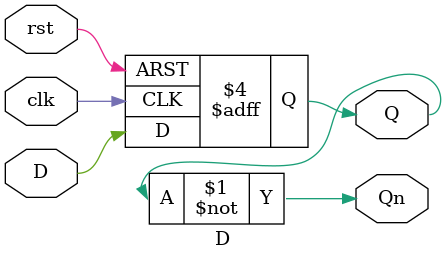
<source format=v>
`timescale 1ns / 1ps
module D(rst, clk, D, Q, Qn
    );
	 input D, clk, rst;
	 output Q, Qn;
	 reg Q;
	 assign Qn = ~Q;
	 always @(posedge clk or negedge rst)
	 begin
		if(!rst)
			Q <= 0;
		else
			Q <= D;
		
	end
	
endmodule

</source>
